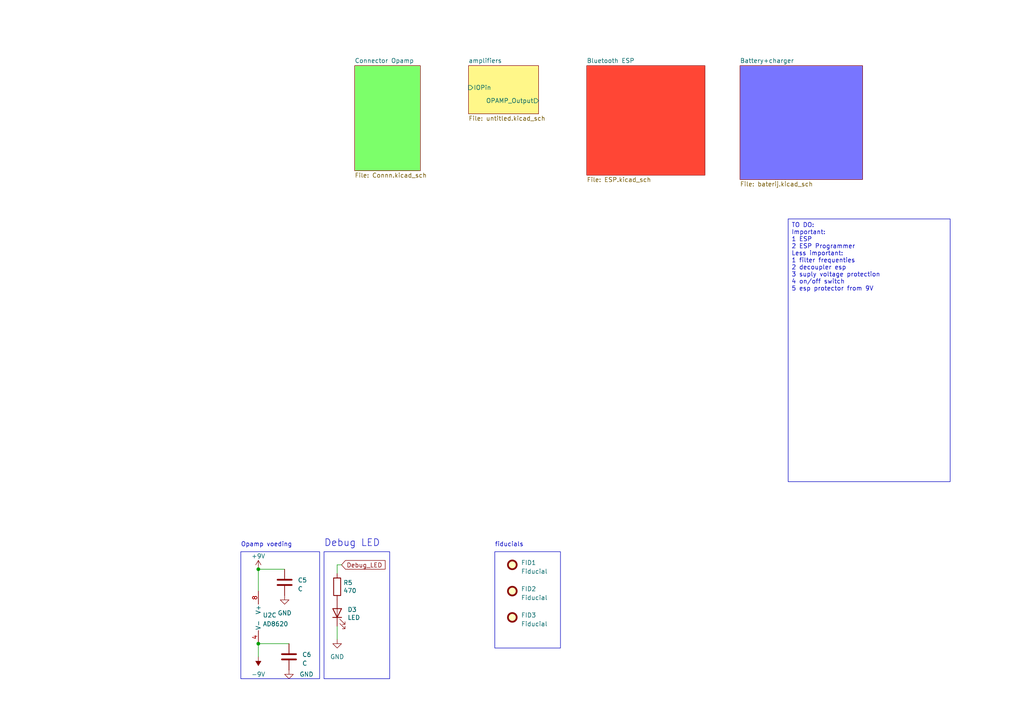
<source format=kicad_sch>
(kicad_sch (version 20230121) (generator eeschema)
  (paper "A4")
  (lib_symbols
    (symbol "Amplifier_Operational:AD8620" (pin_names (offset 0.127))
      (property "Reference" "U" (at 0 5.08 0))
      (property "Value" "AD8620" (at 0 -5.08 0))
      (symbol "AD8620_1_1"
        (polyline (pts (xy -5.08 5.08) (xy 5.08 0) (xy -5.08 -5.08) (xy -5.08 5.08)) (stroke (width 0.254)) (fill (type background)))
        (pin output line (at 7.62 0 180) (length 2.54) (name "~") (number "1"))
        (pin input line (at -7.62 -2.54 0) (length 2.54) (name "-") (number "2"))
        (pin input line (at -7.62 2.54 0) (length 2.54) (name "+") (number "3"))
      )
      (symbol "AD8620_2_1"
        (polyline (pts (xy -5.08 5.08) (xy 5.08 0) (xy -5.08 -5.08) (xy -5.08 5.08)) (stroke (width 0.254)) (fill (type background)))
        (pin input line (at -7.62 2.54 0) (length 2.54) (name "+") (number "5"))
        (pin input line (at -7.62 -2.54 0) (length 2.54) (name "-") (number "6"))
        (pin output line (at 7.62 0 180) (length 2.54) (name "~") (number "7"))
      )
      (symbol "AD8620_3_1"
        (pin power_in line (at -2.54 -7.62 90) (length 3.81) (name "V-") (number "4"))
        (pin power_in line (at -2.54 7.62 270) (length 3.81) (name "V+") (number "8"))
      )
    )
    (symbol "Device:C" (pin_numbers hide) (pin_names (offset 0.254))
      (property "Reference" "C" (at 0.635 2.54 0))
      (property "Value" "C" (at 0.635 -2.54 0))
      (symbol "C_0_1"
        (polyline (pts (xy -2.032 -0.762) (xy 2.032 -0.762)) (stroke (width 0.508)))
        (polyline (pts (xy -2.032 0.762) (xy 2.032 0.762)) (stroke (width 0.508)))
      )
      (symbol "C_1_1"
        (pin passive line (at 0 3.81 270) (length 2.794) (name "~") (number "1"))
        (pin passive line (at 0 -3.81 90) (length 2.794) (name "~") (number "2"))
      )
    )
    (symbol "Device:LED" (pin_numbers hide) (pin_names (offset 1.016) hide)
      (property "Reference" "D" (at 0 2.54 0))
      (property "Value" "LED" (at 0 -2.54 0))
      (symbol "LED_0_1"
        (polyline (pts (xy -1.27 -1.27) (xy -1.27 1.27)) (stroke (width 0.254)))
        (polyline (pts (xy -1.27 0) (xy 1.27 0)))
        (polyline (pts (xy 1.27 -1.27) (xy 1.27 1.27) (xy -1.27 0) (xy 1.27 -1.27)) (stroke (width 0.254)))
        (polyline (pts (xy -3.048 -0.762) (xy -4.572 -2.286) (xy -3.81 -2.286) (xy -4.572 -2.286) (xy -4.572 -1.524)))
        (polyline (pts (xy -1.778 -0.762) (xy -3.302 -2.286) (xy -2.54 -2.286) (xy -3.302 -2.286) (xy -3.302 -1.524)))
      )
      (symbol "LED_1_1"
        (pin passive line (at -3.81 0 0) (length 2.54) (name "K") (number "1"))
        (pin passive line (at 3.81 0 180) (length 2.54) (name "A") (number "2"))
      )
    )
    (symbol "Device:R" (pin_numbers hide) (pin_names (offset 0))
      (property "Reference" "R" (at 2.032 0 90))
      (property "Value" "R" (at 0 0 90))
      (symbol "R_0_1"
        (rectangle (start -1.016 -2.54) (end 1.016 2.54) (stroke (width 0.254)))
      )
      (symbol "R_1_1"
        (pin passive line (at 0 3.81 270) (length 1.27) (name "~") (number "1"))
        (pin passive line (at 0 -3.81 90) (length 1.27) (name "~") (number "2"))
      )
    )
    (symbol "Mechanical:Fiducial"
      (property "Reference" "FID" (at 0 5.08 0))
      (property "Value" "Fiducial" (at 0 3.175 0))
      (symbol "Fiducial_0_1"
        (circle (center 0 0) (radius 1.27) (stroke (width 0.508)) (fill (type background)))
      )
    )
    (symbol "power:+9V" (power) (pin_names (offset 0))
      (property "Value" "+9V" (at 0 3.556 0))
      (symbol "+9V_0_1"
        (polyline (pts (xy -0.762 1.27) (xy 0 2.54)))
        (polyline (pts (xy 0 0) (xy 0 2.54)))
        (polyline (pts (xy 0 2.54) (xy 0.762 1.27)))
      )
      (symbol "+9V_1_1"
        (pin power_in line (at 0 0 90) (length 0) hide (name "+9V") (number "1"))
      )
    )
    (symbol "power:-9V" (power) (pin_names (offset 0))
      (property "Value" "-9V" (at 0 3.81 0))
      (symbol "-9V_0_1"
        (polyline (pts (xy 0 0) (xy 0 2.54)))
        (polyline (pts (xy 0.762 1.27) (xy -0.762 1.27) (xy 0 2.54) (xy 0.762 1.27)) (fill (type outline)))
      )
      (symbol "-9V_1_1"
        (pin power_in line (at 0 0 90) (length 0) hide (name "-9V") (number "1"))
      )
    )
    (symbol "power:GND" (power) (pin_names (offset 0))
      (property "Value" "GND" (at 0 -3.81 0))
      (symbol "GND_0_1"
        (polyline (pts (xy 0 0) (xy 0 -1.27) (xy 1.27 -1.27) (xy 0 -2.54) (xy -1.27 -1.27) (xy 0 -1.27)))
      )
      (symbol "GND_1_1"
        (pin power_in line (at 0 0 270) (length 0) hide (name "GND") (number "1"))
      )
    )
  )
  (junction (at 74.93 165.1))
  (junction (at 74.93 186.69))
  (wire (pts (xy 99.06 163.83) (xy 97.79 163.83)))
  (wire (pts (xy 97.79 163.83) (xy 97.79 166.37)))
  (wire (pts (xy 74.93 186.69) (xy 83.82 186.69)))
  (wire (pts (xy 74.93 165.1) (xy 82.55 165.1)))
  (wire (pts (xy 74.93 165.1) (xy 74.93 171.45)))
  (wire (pts (xy 74.93 186.69) (xy 74.93 190.5)))
  (wire (pts (xy 97.79 181.61) (xy 97.79 185.42)))
  (rectangle (start 69.85 160.02) (end 92.71 196.85))
  (rectangle (start 143.51 160.02) (end 162.56 187.96))
  (rectangle (start 93.98 160.02) (end 113.03 196.85))
  (text_box "TO DO:\nImportant:\n1 ESP\n2 ESP Programmer\nLess important:\n1 filter frequenties\n2 decoupler esp\n3 suply voltage protection\n4 on/off switch\n5 esp protector from 9V" (at 228.6 63.5 0) (size 46.99 76.2) (effects (font (size 1.27 1.27)) (justify left top)))
  (text "Debug LED" (at 93.98 158.75 0) (effects (font (size 2 2)) (justify left bottom)))
  (text "fiducials" (at 143.51 158.75 0) (effects (font (size 1.27 1.27)) (justify left bottom)))
  (text "Opamp voeding" (at 69.85 158.75 0) (effects (font (size 1.27 1.27)) (justify left bottom)))
  (global_label "Debug_LED" (shape input) (at 99.06 163.83 0) (property "Intersheetrefs" "${INTERSHEET_REFS}" (effects hide)))
  (symbol (lib_id "Mechanical:Fiducial") (at 148.59 171.45 0) (unit 1)
    (property "Reference" "FID2" (at 151.13 170.815 0) (effects (justify left)))
    (property "Value" "Fiducial" (at 151.13 173.355 0) (effects (justify left)))
    (property "Footprint" "Fiducial:Fiducial_0.5mm_Mask1.5mm" (effects hide))
  )
  (symbol (lib_id "power:-9V") (at 74.93 190.5 180) (unit 1)
    (property "Reference" "#PWR06" (effects hide))
    (property "Value" "-9V" (at 74.93 195.58 0))
  )
  (symbol (lib_id "Mechanical:Fiducial") (at 148.59 179.07 0) (unit 1)
    (property "Reference" "FID3" (at 151.13 178.435 0) (effects (justify left)))
    (property "Value" "Fiducial" (at 151.13 180.975 0) (effects (justify left)))
    (property "Footprint" "Fiducial:Fiducial_0.5mm_Mask1.5mm" (effects hide))
  )
  (symbol (lib_id "power:GND") (at 97.79 185.42 0) (unit 1)
    (property "Reference" "#PWR017" (effects hide))
    (property "Value" "GND" (at 97.79 190.5 0))
  )
  (symbol (lib_id "power:GND") (at 82.55 172.72 0) (unit 1)
    (property "Reference" "#PWR015" (effects hide))
    (property "Value" "GND" (at 82.55 177.8 0))
  )
  (symbol (lib_id "power:+9V") (at 74.93 165.1 0) (unit 1)
    (property "Reference" "#PWR04" (effects hide))
    (property "Value" "+9V" (at 74.93 161.29 0))
  )
  (symbol (lib_id "power:GND") (at 83.82 194.31 0) (unit 1)
    (property "Reference" "#PWR016" (effects hide))
    (property "Value" "GND" (at 88.9 195.58 0))
  )
  (symbol (lib_id "Device:R") (at 97.79 170.18 0) (unit 1)
    (property "Reference" "R5" (at 99.568 169.0116 0) (effects (justify left)))
    (property "Value" "470" (at 99.568 171.323 0) (effects (justify left)))
    (property "Footprint" "Resistor_SMD:R_0402_1005Metric" (effects hide))
  )
  (symbol (lib_id "Device:LED") (at 97.79 177.8 90) (unit 1)
    (property "Reference" "D3" (at 100.7872 176.8094 90) (effects (justify right)))
    (property "Value" "LED" (at 100.7872 179.1208 90) (effects (justify right)))
    (property "Footprint" "LED_SMD:LED_0402_1005Metric" (effects hide))
  )
  (symbol (lib_id "Device:C") (at 82.55 168.91 0) (unit 1)
    (property "Reference" "C5" (at 86.36 168.275 0) (effects (justify left)))
    (property "Value" "C" (at 86.36 170.815 0) (effects (justify left)))
    (property "Footprint" "Capacitor_SMD:C_0402_1005Metric" (effects hide))
  )
  (symbol (lib_id "Amplifier_Operational:AD8620") (at 77.47 179.07 0) (unit 3)
    (property "Reference" "U2" (at 76.2 178.435 0) (effects (justify left)))
    (property "Value" "AD8620" (at 76.2 180.975 0) (effects (justify left)))
    (property "Footprint" "Package_SO:MSOP-8_3x3mm_P0.65mm" (effects hide))
    (property "Datasheet" "https://www.analog.com/media/en/technical-documentation/data-sheets/AD8610_8620.pdf" (effects hide))
  )
  (symbol (lib_id "Mechanical:Fiducial") (at 148.59 163.83 0) (unit 1)
    (property "Reference" "FID1" (at 151.13 163.195 0) (effects (justify left)))
    (property "Value" "Fiducial" (at 151.13 165.735 0) (effects (justify left)))
    (property "Footprint" "Fiducial:Fiducial_0.5mm_Mask1.5mm" (effects hide))
  )
  (symbol (lib_id "Device:C") (at 83.82 190.5 0) (unit 1)
    (property "Reference" "C6" (at 87.63 189.865 0) (effects (justify left)))
    (property "Value" "C" (at 87.63 192.405 0) (effects (justify left)))
    (property "Footprint" "Capacitor_SMD:C_0402_1005Metric" (effects hide))
  )
  (sheet (at 214.63 19.05) (size 35.56 33.02) (stroke (width 0.1524)) (fill (color 120 117 255 1.0000))
    (property "Sheetname" "Battery+charger" (at 214.63 18.3384 0) (effects (justify left bottom)))
    (property "Sheetfile" "baterij.kicad_sch" (at 214.63 52.6546 0) (effects (justify left top)))
  )
  (sheet (at 102.87 19.05) (size 19.05 30.48) (stroke (width 0.1524)) (fill (color 124 255 106 1.0000))
    (property "Sheetname" "Connector Opamp" (at 102.87 18.3384 0) (effects (justify left bottom)))
    (property "Sheetfile" "Connn.kicad_sch" (at 102.87 50.1146 0) (effects (justify left top)))
  )
  (sheet (at 135.89 19.05) (size 20.32 13.97) (stroke (width 0.1524)) (fill (color 255 247 137 1.0000))
    (property "Sheetname" "amplifiers" (at 135.89 18.3384 0) (effects (justify left bottom)))
    (property "Sheetfile" "untitled.kicad_sch" (at 135.89 33.6046 0) (effects (justify left top)))
    (pin "IOPin" input (at 135.89 25.4 180))
    (pin "OPAMP_Output" output (at 156.21 29.21 0))
  )
  (sheet (at 170.18 19.05) (size 34.29 31.75) (stroke (width 0.1524)) (fill (color 255 70 53 1.0000))
    (property "Sheetname" "Bluetooth ESP" (at 170.18 18.3384 0) (effects (justify left bottom)))
    (property "Sheetfile" "ESP.kicad_sch" (at 170.18 51.3846 0) (effects (justify left top)))
  )
)
</source>
